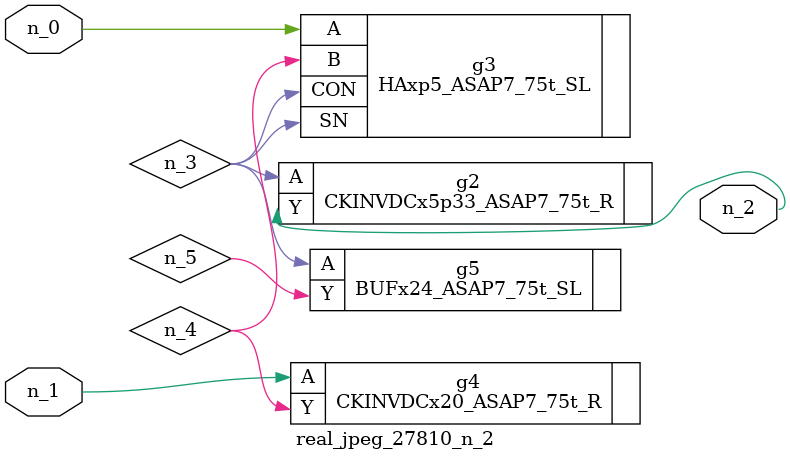
<source format=v>
module real_jpeg_27810_n_2 (n_1, n_0, n_2);

input n_1;
input n_0;

output n_2;

wire n_4;
wire n_3;

HAxp5_ASAP7_75t_SL g3 ( 
.A(n_0),
.B(n_4),
.CON(n_3),
.SN(n_3)
);

CKINVDCx20_ASAP7_75t_R g4 ( 
.A(n_1),
.Y(n_4)
);

CKINVDCx5p33_ASAP7_75t_R g2 ( 
.A(n_3),
.Y(n_2)
);

BUFx24_ASAP7_75t_SL g5 ( 
.A(n_3),
.Y(n_5)
);


endmodule
</source>
